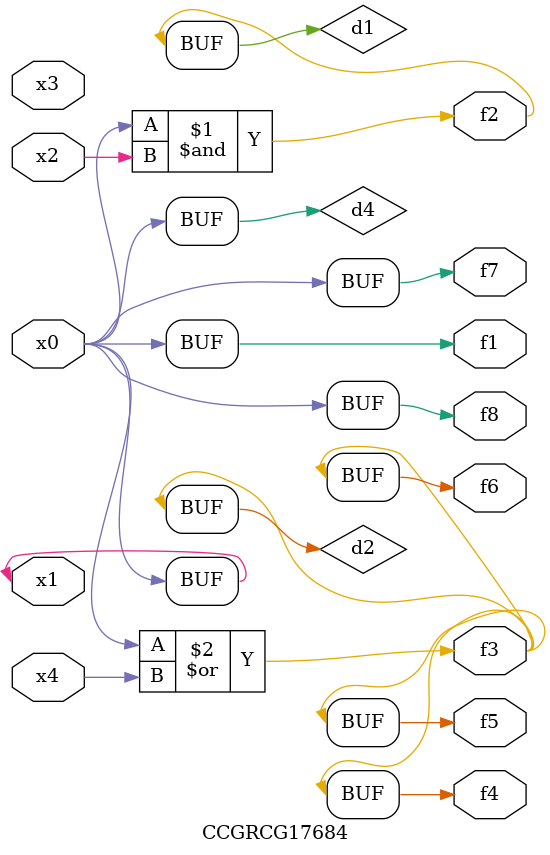
<source format=v>
module CCGRCG17684(
	input x0, x1, x2, x3, x4,
	output f1, f2, f3, f4, f5, f6, f7, f8
);

	wire d1, d2, d3, d4;

	and (d1, x0, x2);
	or (d2, x0, x4);
	nand (d3, x0, x2);
	buf (d4, x0, x1);
	assign f1 = d4;
	assign f2 = d1;
	assign f3 = d2;
	assign f4 = d2;
	assign f5 = d2;
	assign f6 = d2;
	assign f7 = d4;
	assign f8 = d4;
endmodule

</source>
